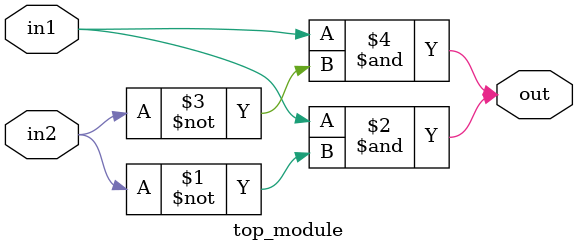
<source format=v>
module top_module (
    input in1,
    input in2,
    output out);

    // 寫法一
    assign out = in1 & (~in2);

    // 寫法二
    and an2(out, in1, ~in2);
    
endmodule

</source>
